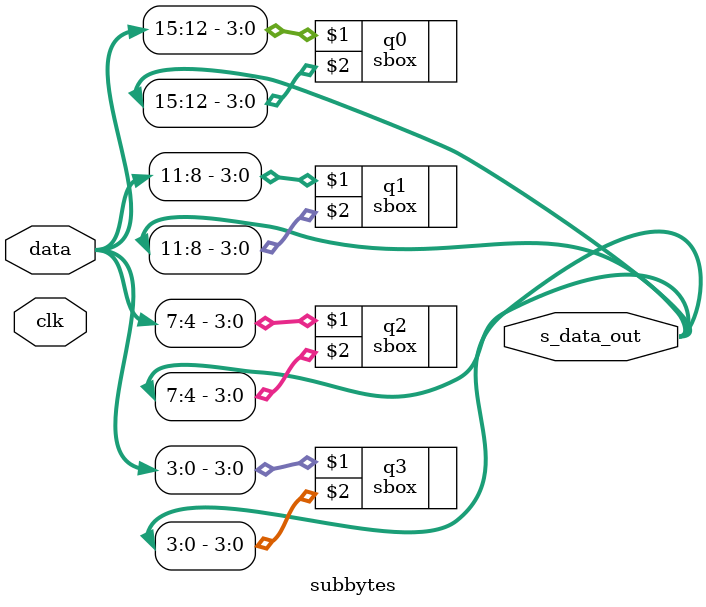
<source format=v>
`timescale 1ns / 1ps
module subbytes(clk,data,s_data_out);
	 input clk;
	 input [15:0]data;
	 output [15:0]s_data_out;

	 //wire [15:0] tmp_out;

	  sbox q0( data[15:12],s_data_out[15:12] );
     sbox q1( data[11:8],s_data_out[11:8] );
     sbox q2( data[7:4],s_data_out[7:4] );
     sbox q3( data[3:0],s_data_out[3:0] );


/*     		
	  sbox q0( data[15:12],tmp_out[15:12] );
     sbox q1( data[11:8],tmp_out[11:8] );
     sbox q2( data[7:4],tmp_out[7:4] );
     sbox q3( data[3:0],tmp_out[3:0] );

	always@(posedge clk)
	begin
	
	 s_data_out<=tmp_out;
	end
*/

endmodule

</source>
